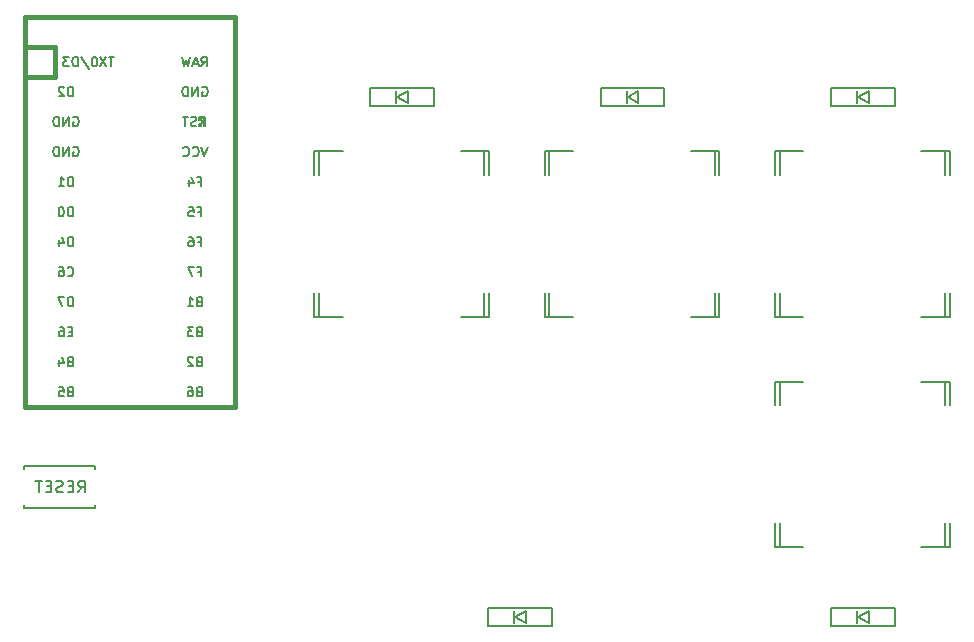
<source format=gbr>
G04 #@! TF.GenerationSoftware,KiCad,Pcbnew,(5.1.2-1)-1*
G04 #@! TF.CreationDate,2019-08-25T00:29:00+09:00*
G04 #@! TF.ProjectId,teishi,74656973-6869-42e6-9b69-6361645f7063,rev?*
G04 #@! TF.SameCoordinates,Original*
G04 #@! TF.FileFunction,Legend,Bot*
G04 #@! TF.FilePolarity,Positive*
%FSLAX46Y46*%
G04 Gerber Fmt 4.6, Leading zero omitted, Abs format (unit mm)*
G04 Created by KiCad (PCBNEW (5.1.2-1)-1) date 2019-08-25 00:29:00*
%MOMM*%
%LPD*%
G04 APERTURE LIST*
%ADD10C,0.381000*%
%ADD11C,0.150000*%
G04 APERTURE END LIST*
D10*
X10650000Y-2760000D02*
X8110000Y-2760000D01*
X25890000Y-220000D02*
X8110000Y-220000D01*
X8110000Y-220000D02*
X8110000Y-33240000D01*
X8110000Y-33240000D02*
X25890000Y-33240000D01*
X25890000Y-33240000D02*
X25890000Y-220000D01*
D11*
G36*
X22844635Y-8649030D02*
G01*
X22844635Y-8749030D01*
X23344635Y-8749030D01*
X23344635Y-8649030D01*
X22844635Y-8649030D01*
G37*
X22844635Y-8649030D02*
X22844635Y-8749030D01*
X23344635Y-8749030D01*
X23344635Y-8649030D01*
X22844635Y-8649030D01*
G36*
X22844635Y-8649030D02*
G01*
X22844635Y-8949030D01*
X22944635Y-8949030D01*
X22944635Y-8649030D01*
X22844635Y-8649030D01*
G37*
X22844635Y-8649030D02*
X22844635Y-8949030D01*
X22944635Y-8949030D01*
X22944635Y-8649030D01*
X22844635Y-8649030D01*
G36*
X22844635Y-9249030D02*
G01*
X22844635Y-9449030D01*
X22944635Y-9449030D01*
X22944635Y-9249030D01*
X22844635Y-9249030D01*
G37*
X22844635Y-9249030D02*
X22844635Y-9449030D01*
X22944635Y-9449030D01*
X22944635Y-9249030D01*
X22844635Y-9249030D01*
G36*
X23244635Y-8649030D02*
G01*
X23244635Y-9449030D01*
X23344635Y-9449030D01*
X23344635Y-8649030D01*
X23244635Y-8649030D01*
G37*
X23244635Y-8649030D02*
X23244635Y-9449030D01*
X23344635Y-9449030D01*
X23344635Y-8649030D01*
X23244635Y-8649030D01*
G36*
X23044635Y-9049030D02*
G01*
X23044635Y-9149030D01*
X23144635Y-9149030D01*
X23144635Y-9049030D01*
X23044635Y-9049030D01*
G37*
X23044635Y-9049030D02*
X23044635Y-9149030D01*
X23144635Y-9149030D01*
X23144635Y-9049030D01*
X23044635Y-9049030D01*
D10*
X10650000Y-2760000D02*
X10650000Y-5300000D01*
X10650000Y-5300000D02*
X8110000Y-5300000D01*
D11*
X42700000Y-7750000D02*
X42700000Y-6250000D01*
X37300000Y-7750000D02*
X42700000Y-7750000D01*
X37300000Y-6250000D02*
X37300000Y-7750000D01*
X42700000Y-6250000D02*
X37300000Y-6250000D01*
X39500000Y-6500000D02*
X39500000Y-7500000D01*
X40500000Y-7500000D02*
X39600000Y-7000000D01*
X40500000Y-6500000D02*
X40500000Y-7500000D01*
X39600000Y-7000000D02*
X40500000Y-6500000D01*
X81700000Y-51750000D02*
X81700000Y-50250000D01*
X76300000Y-51750000D02*
X81700000Y-51750000D01*
X76300000Y-50250000D02*
X76300000Y-51750000D01*
X81700000Y-50250000D02*
X76300000Y-50250000D01*
X78500000Y-50500000D02*
X78500000Y-51500000D01*
X79500000Y-51500000D02*
X78600000Y-51000000D01*
X79500000Y-50500000D02*
X79500000Y-51500000D01*
X78600000Y-51000000D02*
X79500000Y-50500000D01*
X62200000Y-7750000D02*
X62200000Y-6250000D01*
X56800000Y-7750000D02*
X62200000Y-7750000D01*
X56800000Y-6250000D02*
X56800000Y-7750000D01*
X62200000Y-6250000D02*
X56800000Y-6250000D01*
X59000000Y-6500000D02*
X59000000Y-7500000D01*
X60000000Y-7500000D02*
X59100000Y-7000000D01*
X60000000Y-6500000D02*
X60000000Y-7500000D01*
X59100000Y-7000000D02*
X60000000Y-6500000D01*
X81700000Y-7750000D02*
X81700000Y-6250000D01*
X76300000Y-7750000D02*
X81700000Y-7750000D01*
X76300000Y-6250000D02*
X76300000Y-7750000D01*
X81700000Y-6250000D02*
X76300000Y-6250000D01*
X78500000Y-6500000D02*
X78500000Y-7500000D01*
X79500000Y-7500000D02*
X78600000Y-7000000D01*
X79500000Y-6500000D02*
X79500000Y-7500000D01*
X78600000Y-7000000D02*
X79500000Y-6500000D01*
X52700000Y-51750000D02*
X52700000Y-50250000D01*
X47300000Y-51750000D02*
X52700000Y-51750000D01*
X47300000Y-50250000D02*
X47300000Y-51750000D01*
X52700000Y-50250000D02*
X47300000Y-50250000D01*
X49500000Y-50500000D02*
X49500000Y-51500000D01*
X50500000Y-51500000D02*
X49600000Y-51000000D01*
X50500000Y-50500000D02*
X50500000Y-51500000D01*
X49600000Y-51000000D02*
X50500000Y-50500000D01*
X47360000Y-25580000D02*
X47360000Y-23580000D01*
X32560000Y-23580000D02*
X32560000Y-25580000D01*
X32560000Y-25580000D02*
X34960000Y-25580000D01*
X32560000Y-11580000D02*
X32560000Y-13580000D01*
X47360000Y-11580000D02*
X47360000Y-13580000D01*
X46960000Y-11580000D02*
X46960000Y-13580000D01*
X44960000Y-11580000D02*
X47360000Y-11580000D01*
X32960000Y-11580000D02*
X32960000Y-13580000D01*
X34960000Y-11580000D02*
X32560000Y-11580000D01*
X46960000Y-25580000D02*
X46960000Y-23580000D01*
X32960000Y-23580000D02*
X32960000Y-25580000D01*
X44960000Y-25580000D02*
X47360000Y-25580000D01*
X86360000Y-45080000D02*
X86360000Y-43080000D01*
X71560000Y-43080000D02*
X71560000Y-45080000D01*
X71560000Y-45080000D02*
X73960000Y-45080000D01*
X71560000Y-31080000D02*
X71560000Y-33080000D01*
X86360000Y-31080000D02*
X86360000Y-33080000D01*
X85960000Y-31080000D02*
X85960000Y-33080000D01*
X83960000Y-31080000D02*
X86360000Y-31080000D01*
X71960000Y-31080000D02*
X71960000Y-33080000D01*
X73960000Y-31080000D02*
X71560000Y-31080000D01*
X85960000Y-45080000D02*
X85960000Y-43080000D01*
X71960000Y-43080000D02*
X71960000Y-45080000D01*
X83960000Y-45080000D02*
X86360000Y-45080000D01*
X66860000Y-25580000D02*
X66860000Y-23580000D01*
X52060000Y-23580000D02*
X52060000Y-25580000D01*
X52060000Y-25580000D02*
X54460000Y-25580000D01*
X52060000Y-11580000D02*
X52060000Y-13580000D01*
X66860000Y-11580000D02*
X66860000Y-13580000D01*
X66460000Y-11580000D02*
X66460000Y-13580000D01*
X64460000Y-11580000D02*
X66860000Y-11580000D01*
X52460000Y-11580000D02*
X52460000Y-13580000D01*
X54460000Y-11580000D02*
X52060000Y-11580000D01*
X66460000Y-25580000D02*
X66460000Y-23580000D01*
X52460000Y-23580000D02*
X52460000Y-25580000D01*
X64460000Y-25580000D02*
X66860000Y-25580000D01*
X86360000Y-25580000D02*
X86360000Y-23580000D01*
X71560000Y-23580000D02*
X71560000Y-25580000D01*
X71560000Y-25580000D02*
X73960000Y-25580000D01*
X71560000Y-11580000D02*
X71560000Y-13580000D01*
X86360000Y-11580000D02*
X86360000Y-13580000D01*
X85960000Y-11580000D02*
X85960000Y-13580000D01*
X83960000Y-11580000D02*
X86360000Y-11580000D01*
X71960000Y-11580000D02*
X71960000Y-13580000D01*
X73960000Y-11580000D02*
X71560000Y-11580000D01*
X85960000Y-25580000D02*
X85960000Y-23580000D01*
X71960000Y-23580000D02*
X71960000Y-25580000D01*
X83960000Y-25580000D02*
X86360000Y-25580000D01*
X14000000Y-38250000D02*
X14000000Y-38500000D01*
X8000000Y-38250000D02*
X14000000Y-38250000D01*
X8000000Y-38500000D02*
X8000000Y-38250000D01*
X8000000Y-41750000D02*
X8000000Y-41500000D01*
X14000000Y-41750000D02*
X8000000Y-41750000D01*
X14000000Y-41500000D02*
X14000000Y-41750000D01*
X22573333Y-9413809D02*
X22459047Y-9451904D01*
X22268571Y-9451904D01*
X22192380Y-9413809D01*
X22154285Y-9375714D01*
X22116190Y-9299523D01*
X22116190Y-9223333D01*
X22154285Y-9147142D01*
X22192380Y-9109047D01*
X22268571Y-9070952D01*
X22420952Y-9032857D01*
X22497142Y-8994761D01*
X22535238Y-8956666D01*
X22573333Y-8880476D01*
X22573333Y-8804285D01*
X22535238Y-8728095D01*
X22497142Y-8690000D01*
X22420952Y-8651904D01*
X22230476Y-8651904D01*
X22116190Y-8690000D01*
X21887619Y-8651904D02*
X21430476Y-8651904D01*
X21659047Y-9451904D02*
X21659047Y-8651904D01*
X15618604Y-3591904D02*
X15161461Y-3591904D01*
X15390032Y-4391904D02*
X15390032Y-3591904D01*
X14970985Y-3591904D02*
X14437651Y-4391904D01*
X14437651Y-3591904D02*
X14970985Y-4391904D01*
X13980508Y-3591904D02*
X13904318Y-3591904D01*
X13828128Y-3630000D01*
X13790032Y-3668095D01*
X13751937Y-3744285D01*
X13713842Y-3896666D01*
X13713842Y-4087142D01*
X13751937Y-4239523D01*
X13790032Y-4315714D01*
X13828128Y-4353809D01*
X13904318Y-4391904D01*
X13980508Y-4391904D01*
X14056699Y-4353809D01*
X14094794Y-4315714D01*
X14132889Y-4239523D01*
X14170985Y-4087142D01*
X14170985Y-3896666D01*
X14132889Y-3744285D01*
X14094794Y-3668095D01*
X14056699Y-3630000D01*
X13980508Y-3591904D01*
X12799556Y-3553809D02*
X13485270Y-4582380D01*
X12532889Y-4391904D02*
X12532889Y-3591904D01*
X12342413Y-3591904D01*
X12228128Y-3630000D01*
X12151937Y-3706190D01*
X12113842Y-3782380D01*
X12075747Y-3934761D01*
X12075747Y-4049047D01*
X12113842Y-4201428D01*
X12151937Y-4277619D01*
X12228128Y-4353809D01*
X12342413Y-4391904D01*
X12532889Y-4391904D01*
X11809080Y-3591904D02*
X11313842Y-3591904D01*
X11580508Y-3896666D01*
X11466223Y-3896666D01*
X11390032Y-3934761D01*
X11351937Y-3972857D01*
X11313842Y-4049047D01*
X11313842Y-4239523D01*
X11351937Y-4315714D01*
X11390032Y-4353809D01*
X11466223Y-4391904D01*
X11694794Y-4391904D01*
X11770985Y-4353809D01*
X11809080Y-4315714D01*
X22784809Y-29372857D02*
X22670523Y-29410952D01*
X22632428Y-29449047D01*
X22594333Y-29525238D01*
X22594333Y-29639523D01*
X22632428Y-29715714D01*
X22670523Y-29753809D01*
X22746714Y-29791904D01*
X23051476Y-29791904D01*
X23051476Y-28991904D01*
X22784809Y-28991904D01*
X22708619Y-29030000D01*
X22670523Y-29068095D01*
X22632428Y-29144285D01*
X22632428Y-29220476D01*
X22670523Y-29296666D01*
X22708619Y-29334761D01*
X22784809Y-29372857D01*
X23051476Y-29372857D01*
X22289571Y-29068095D02*
X22251476Y-29030000D01*
X22175285Y-28991904D01*
X21984809Y-28991904D01*
X21908619Y-29030000D01*
X21870523Y-29068095D01*
X21832428Y-29144285D01*
X21832428Y-29220476D01*
X21870523Y-29334761D01*
X22327666Y-29791904D01*
X21832428Y-29791904D01*
X22727666Y-21752857D02*
X22994333Y-21752857D01*
X22994333Y-22171904D02*
X22994333Y-21371904D01*
X22613380Y-21371904D01*
X22384809Y-21371904D02*
X21851476Y-21371904D01*
X22194333Y-22171904D01*
X22727666Y-19212857D02*
X22994333Y-19212857D01*
X22994333Y-19631904D02*
X22994333Y-18831904D01*
X22613380Y-18831904D01*
X21965761Y-18831904D02*
X22118142Y-18831904D01*
X22194333Y-18870000D01*
X22232428Y-18908095D01*
X22308619Y-19022380D01*
X22346714Y-19174761D01*
X22346714Y-19479523D01*
X22308619Y-19555714D01*
X22270523Y-19593809D01*
X22194333Y-19631904D01*
X22041952Y-19631904D01*
X21965761Y-19593809D01*
X21927666Y-19555714D01*
X21889571Y-19479523D01*
X21889571Y-19289047D01*
X21927666Y-19212857D01*
X21965761Y-19174761D01*
X22041952Y-19136666D01*
X22194333Y-19136666D01*
X22270523Y-19174761D01*
X22308619Y-19212857D01*
X22346714Y-19289047D01*
X22727666Y-16672857D02*
X22994333Y-16672857D01*
X22994333Y-17091904D02*
X22994333Y-16291904D01*
X22613380Y-16291904D01*
X21927666Y-16291904D02*
X22308619Y-16291904D01*
X22346714Y-16672857D01*
X22308619Y-16634761D01*
X22232428Y-16596666D01*
X22041952Y-16596666D01*
X21965761Y-16634761D01*
X21927666Y-16672857D01*
X21889571Y-16749047D01*
X21889571Y-16939523D01*
X21927666Y-17015714D01*
X21965761Y-17053809D01*
X22041952Y-17091904D01*
X22232428Y-17091904D01*
X22308619Y-17053809D01*
X22346714Y-17015714D01*
X23013380Y-4391904D02*
X23280047Y-4010952D01*
X23470523Y-4391904D02*
X23470523Y-3591904D01*
X23165761Y-3591904D01*
X23089571Y-3630000D01*
X23051476Y-3668095D01*
X23013380Y-3744285D01*
X23013380Y-3858571D01*
X23051476Y-3934761D01*
X23089571Y-3972857D01*
X23165761Y-4010952D01*
X23470523Y-4010952D01*
X22708619Y-4163333D02*
X22327666Y-4163333D01*
X22784809Y-4391904D02*
X22518142Y-3591904D01*
X22251476Y-4391904D01*
X22061000Y-3591904D02*
X21870523Y-4391904D01*
X21718142Y-3820476D01*
X21565761Y-4391904D01*
X21375285Y-3591904D01*
X23070523Y-6170000D02*
X23146714Y-6131904D01*
X23261000Y-6131904D01*
X23375285Y-6170000D01*
X23451476Y-6246190D01*
X23489571Y-6322380D01*
X23527666Y-6474761D01*
X23527666Y-6589047D01*
X23489571Y-6741428D01*
X23451476Y-6817619D01*
X23375285Y-6893809D01*
X23261000Y-6931904D01*
X23184809Y-6931904D01*
X23070523Y-6893809D01*
X23032428Y-6855714D01*
X23032428Y-6589047D01*
X23184809Y-6589047D01*
X22689571Y-6931904D02*
X22689571Y-6131904D01*
X22232428Y-6931904D01*
X22232428Y-6131904D01*
X21851476Y-6931904D02*
X21851476Y-6131904D01*
X21661000Y-6131904D01*
X21546714Y-6170000D01*
X21470523Y-6246190D01*
X21432428Y-6322380D01*
X21394333Y-6474761D01*
X21394333Y-6589047D01*
X21432428Y-6741428D01*
X21470523Y-6817619D01*
X21546714Y-6893809D01*
X21661000Y-6931904D01*
X21851476Y-6931904D01*
X23527666Y-11211904D02*
X23261000Y-12011904D01*
X22994333Y-11211904D01*
X22270523Y-11935714D02*
X22308619Y-11973809D01*
X22422904Y-12011904D01*
X22499095Y-12011904D01*
X22613380Y-11973809D01*
X22689571Y-11897619D01*
X22727666Y-11821428D01*
X22765761Y-11669047D01*
X22765761Y-11554761D01*
X22727666Y-11402380D01*
X22689571Y-11326190D01*
X22613380Y-11250000D01*
X22499095Y-11211904D01*
X22422904Y-11211904D01*
X22308619Y-11250000D01*
X22270523Y-11288095D01*
X21470523Y-11935714D02*
X21508619Y-11973809D01*
X21622904Y-12011904D01*
X21699095Y-12011904D01*
X21813380Y-11973809D01*
X21889571Y-11897619D01*
X21927666Y-11821428D01*
X21965761Y-11669047D01*
X21965761Y-11554761D01*
X21927666Y-11402380D01*
X21889571Y-11326190D01*
X21813380Y-11250000D01*
X21699095Y-11211904D01*
X21622904Y-11211904D01*
X21508619Y-11250000D01*
X21470523Y-11288095D01*
X22727666Y-14132857D02*
X22994333Y-14132857D01*
X22994333Y-14551904D02*
X22994333Y-13751904D01*
X22613380Y-13751904D01*
X21965761Y-14018571D02*
X21965761Y-14551904D01*
X22156238Y-13713809D02*
X22346714Y-14285238D01*
X21851476Y-14285238D01*
X22784809Y-24292857D02*
X22670523Y-24330952D01*
X22632428Y-24369047D01*
X22594333Y-24445238D01*
X22594333Y-24559523D01*
X22632428Y-24635714D01*
X22670523Y-24673809D01*
X22746714Y-24711904D01*
X23051476Y-24711904D01*
X23051476Y-23911904D01*
X22784809Y-23911904D01*
X22708619Y-23950000D01*
X22670523Y-23988095D01*
X22632428Y-24064285D01*
X22632428Y-24140476D01*
X22670523Y-24216666D01*
X22708619Y-24254761D01*
X22784809Y-24292857D01*
X23051476Y-24292857D01*
X21832428Y-24711904D02*
X22289571Y-24711904D01*
X22061000Y-24711904D02*
X22061000Y-23911904D01*
X22137190Y-24026190D01*
X22213380Y-24102380D01*
X22289571Y-24140476D01*
X22784809Y-26832857D02*
X22670523Y-26870952D01*
X22632428Y-26909047D01*
X22594333Y-26985238D01*
X22594333Y-27099523D01*
X22632428Y-27175714D01*
X22670523Y-27213809D01*
X22746714Y-27251904D01*
X23051476Y-27251904D01*
X23051476Y-26451904D01*
X22784809Y-26451904D01*
X22708619Y-26490000D01*
X22670523Y-26528095D01*
X22632428Y-26604285D01*
X22632428Y-26680476D01*
X22670523Y-26756666D01*
X22708619Y-26794761D01*
X22784809Y-26832857D01*
X23051476Y-26832857D01*
X22327666Y-26451904D02*
X21832428Y-26451904D01*
X22099095Y-26756666D01*
X21984809Y-26756666D01*
X21908619Y-26794761D01*
X21870523Y-26832857D01*
X21832428Y-26909047D01*
X21832428Y-27099523D01*
X21870523Y-27175714D01*
X21908619Y-27213809D01*
X21984809Y-27251904D01*
X22213380Y-27251904D01*
X22289571Y-27213809D01*
X22327666Y-27175714D01*
X22784809Y-31912857D02*
X22670523Y-31950952D01*
X22632428Y-31989047D01*
X22594333Y-32065238D01*
X22594333Y-32179523D01*
X22632428Y-32255714D01*
X22670523Y-32293809D01*
X22746714Y-32331904D01*
X23051476Y-32331904D01*
X23051476Y-31531904D01*
X22784809Y-31531904D01*
X22708619Y-31570000D01*
X22670523Y-31608095D01*
X22632428Y-31684285D01*
X22632428Y-31760476D01*
X22670523Y-31836666D01*
X22708619Y-31874761D01*
X22784809Y-31912857D01*
X23051476Y-31912857D01*
X21908619Y-31531904D02*
X22061000Y-31531904D01*
X22137190Y-31570000D01*
X22175285Y-31608095D01*
X22251476Y-31722380D01*
X22289571Y-31874761D01*
X22289571Y-32179523D01*
X22251476Y-32255714D01*
X22213380Y-32293809D01*
X22137190Y-32331904D01*
X21984809Y-32331904D01*
X21908619Y-32293809D01*
X21870523Y-32255714D01*
X21832428Y-32179523D01*
X21832428Y-31989047D01*
X21870523Y-31912857D01*
X21908619Y-31874761D01*
X21984809Y-31836666D01*
X22137190Y-31836666D01*
X22213380Y-31874761D01*
X22251476Y-31912857D01*
X22289571Y-31989047D01*
X11862809Y-31912857D02*
X11748523Y-31950952D01*
X11710428Y-31989047D01*
X11672333Y-32065238D01*
X11672333Y-32179523D01*
X11710428Y-32255714D01*
X11748523Y-32293809D01*
X11824714Y-32331904D01*
X12129476Y-32331904D01*
X12129476Y-31531904D01*
X11862809Y-31531904D01*
X11786619Y-31570000D01*
X11748523Y-31608095D01*
X11710428Y-31684285D01*
X11710428Y-31760476D01*
X11748523Y-31836666D01*
X11786619Y-31874761D01*
X11862809Y-31912857D01*
X12129476Y-31912857D01*
X10948523Y-31531904D02*
X11329476Y-31531904D01*
X11367571Y-31912857D01*
X11329476Y-31874761D01*
X11253285Y-31836666D01*
X11062809Y-31836666D01*
X10986619Y-31874761D01*
X10948523Y-31912857D01*
X10910428Y-31989047D01*
X10910428Y-32179523D01*
X10948523Y-32255714D01*
X10986619Y-32293809D01*
X11062809Y-32331904D01*
X11253285Y-32331904D01*
X11329476Y-32293809D01*
X11367571Y-32255714D01*
X11862809Y-29372857D02*
X11748523Y-29410952D01*
X11710428Y-29449047D01*
X11672333Y-29525238D01*
X11672333Y-29639523D01*
X11710428Y-29715714D01*
X11748523Y-29753809D01*
X11824714Y-29791904D01*
X12129476Y-29791904D01*
X12129476Y-28991904D01*
X11862809Y-28991904D01*
X11786619Y-29030000D01*
X11748523Y-29068095D01*
X11710428Y-29144285D01*
X11710428Y-29220476D01*
X11748523Y-29296666D01*
X11786619Y-29334761D01*
X11862809Y-29372857D01*
X12129476Y-29372857D01*
X10986619Y-29258571D02*
X10986619Y-29791904D01*
X11177095Y-28953809D02*
X11367571Y-29525238D01*
X10872333Y-29525238D01*
X12091380Y-26832857D02*
X11824714Y-26832857D01*
X11710428Y-27251904D02*
X12091380Y-27251904D01*
X12091380Y-26451904D01*
X11710428Y-26451904D01*
X11024714Y-26451904D02*
X11177095Y-26451904D01*
X11253285Y-26490000D01*
X11291380Y-26528095D01*
X11367571Y-26642380D01*
X11405666Y-26794761D01*
X11405666Y-27099523D01*
X11367571Y-27175714D01*
X11329476Y-27213809D01*
X11253285Y-27251904D01*
X11100904Y-27251904D01*
X11024714Y-27213809D01*
X10986619Y-27175714D01*
X10948523Y-27099523D01*
X10948523Y-26909047D01*
X10986619Y-26832857D01*
X11024714Y-26794761D01*
X11100904Y-26756666D01*
X11253285Y-26756666D01*
X11329476Y-26794761D01*
X11367571Y-26832857D01*
X11405666Y-26909047D01*
X12129476Y-24711904D02*
X12129476Y-23911904D01*
X11939000Y-23911904D01*
X11824714Y-23950000D01*
X11748523Y-24026190D01*
X11710428Y-24102380D01*
X11672333Y-24254761D01*
X11672333Y-24369047D01*
X11710428Y-24521428D01*
X11748523Y-24597619D01*
X11824714Y-24673809D01*
X11939000Y-24711904D01*
X12129476Y-24711904D01*
X11405666Y-23911904D02*
X10872333Y-23911904D01*
X11215190Y-24711904D01*
X11672333Y-22095714D02*
X11710428Y-22133809D01*
X11824714Y-22171904D01*
X11900904Y-22171904D01*
X12015190Y-22133809D01*
X12091380Y-22057619D01*
X12129476Y-21981428D01*
X12167571Y-21829047D01*
X12167571Y-21714761D01*
X12129476Y-21562380D01*
X12091380Y-21486190D01*
X12015190Y-21410000D01*
X11900904Y-21371904D01*
X11824714Y-21371904D01*
X11710428Y-21410000D01*
X11672333Y-21448095D01*
X10986619Y-21371904D02*
X11139000Y-21371904D01*
X11215190Y-21410000D01*
X11253285Y-21448095D01*
X11329476Y-21562380D01*
X11367571Y-21714761D01*
X11367571Y-22019523D01*
X11329476Y-22095714D01*
X11291380Y-22133809D01*
X11215190Y-22171904D01*
X11062809Y-22171904D01*
X10986619Y-22133809D01*
X10948523Y-22095714D01*
X10910428Y-22019523D01*
X10910428Y-21829047D01*
X10948523Y-21752857D01*
X10986619Y-21714761D01*
X11062809Y-21676666D01*
X11215190Y-21676666D01*
X11291380Y-21714761D01*
X11329476Y-21752857D01*
X11367571Y-21829047D01*
X12129476Y-19631904D02*
X12129476Y-18831904D01*
X11939000Y-18831904D01*
X11824714Y-18870000D01*
X11748523Y-18946190D01*
X11710428Y-19022380D01*
X11672333Y-19174761D01*
X11672333Y-19289047D01*
X11710428Y-19441428D01*
X11748523Y-19517619D01*
X11824714Y-19593809D01*
X11939000Y-19631904D01*
X12129476Y-19631904D01*
X10986619Y-19098571D02*
X10986619Y-19631904D01*
X11177095Y-18793809D02*
X11367571Y-19365238D01*
X10872333Y-19365238D01*
X12148523Y-8710000D02*
X12224714Y-8671904D01*
X12339000Y-8671904D01*
X12453285Y-8710000D01*
X12529476Y-8786190D01*
X12567571Y-8862380D01*
X12605666Y-9014761D01*
X12605666Y-9129047D01*
X12567571Y-9281428D01*
X12529476Y-9357619D01*
X12453285Y-9433809D01*
X12339000Y-9471904D01*
X12262809Y-9471904D01*
X12148523Y-9433809D01*
X12110428Y-9395714D01*
X12110428Y-9129047D01*
X12262809Y-9129047D01*
X11767571Y-9471904D02*
X11767571Y-8671904D01*
X11310428Y-9471904D01*
X11310428Y-8671904D01*
X10929476Y-9471904D02*
X10929476Y-8671904D01*
X10739000Y-8671904D01*
X10624714Y-8710000D01*
X10548523Y-8786190D01*
X10510428Y-8862380D01*
X10472333Y-9014761D01*
X10472333Y-9129047D01*
X10510428Y-9281428D01*
X10548523Y-9357619D01*
X10624714Y-9433809D01*
X10739000Y-9471904D01*
X10929476Y-9471904D01*
X12148523Y-11250000D02*
X12224714Y-11211904D01*
X12339000Y-11211904D01*
X12453285Y-11250000D01*
X12529476Y-11326190D01*
X12567571Y-11402380D01*
X12605666Y-11554761D01*
X12605666Y-11669047D01*
X12567571Y-11821428D01*
X12529476Y-11897619D01*
X12453285Y-11973809D01*
X12339000Y-12011904D01*
X12262809Y-12011904D01*
X12148523Y-11973809D01*
X12110428Y-11935714D01*
X12110428Y-11669047D01*
X12262809Y-11669047D01*
X11767571Y-12011904D02*
X11767571Y-11211904D01*
X11310428Y-12011904D01*
X11310428Y-11211904D01*
X10929476Y-12011904D02*
X10929476Y-11211904D01*
X10739000Y-11211904D01*
X10624714Y-11250000D01*
X10548523Y-11326190D01*
X10510428Y-11402380D01*
X10472333Y-11554761D01*
X10472333Y-11669047D01*
X10510428Y-11821428D01*
X10548523Y-11897619D01*
X10624714Y-11973809D01*
X10739000Y-12011904D01*
X10929476Y-12011904D01*
X12129476Y-14551904D02*
X12129476Y-13751904D01*
X11939000Y-13751904D01*
X11824714Y-13790000D01*
X11748523Y-13866190D01*
X11710428Y-13942380D01*
X11672333Y-14094761D01*
X11672333Y-14209047D01*
X11710428Y-14361428D01*
X11748523Y-14437619D01*
X11824714Y-14513809D01*
X11939000Y-14551904D01*
X12129476Y-14551904D01*
X10910428Y-14551904D02*
X11367571Y-14551904D01*
X11139000Y-14551904D02*
X11139000Y-13751904D01*
X11215190Y-13866190D01*
X11291380Y-13942380D01*
X11367571Y-13980476D01*
X12129476Y-17091904D02*
X12129476Y-16291904D01*
X11939000Y-16291904D01*
X11824714Y-16330000D01*
X11748523Y-16406190D01*
X11710428Y-16482380D01*
X11672333Y-16634761D01*
X11672333Y-16749047D01*
X11710428Y-16901428D01*
X11748523Y-16977619D01*
X11824714Y-17053809D01*
X11939000Y-17091904D01*
X12129476Y-17091904D01*
X11177095Y-16291904D02*
X11100904Y-16291904D01*
X11024714Y-16330000D01*
X10986619Y-16368095D01*
X10948523Y-16444285D01*
X10910428Y-16596666D01*
X10910428Y-16787142D01*
X10948523Y-16939523D01*
X10986619Y-17015714D01*
X11024714Y-17053809D01*
X11100904Y-17091904D01*
X11177095Y-17091904D01*
X11253285Y-17053809D01*
X11291380Y-17015714D01*
X11329476Y-16939523D01*
X11367571Y-16787142D01*
X11367571Y-16596666D01*
X11329476Y-16444285D01*
X11291380Y-16368095D01*
X11253285Y-16330000D01*
X11177095Y-16291904D01*
X12129476Y-6931904D02*
X12129476Y-6131904D01*
X11939000Y-6131904D01*
X11824714Y-6170000D01*
X11748523Y-6246190D01*
X11710428Y-6322380D01*
X11672333Y-6474761D01*
X11672333Y-6589047D01*
X11710428Y-6741428D01*
X11748523Y-6817619D01*
X11824714Y-6893809D01*
X11939000Y-6931904D01*
X12129476Y-6931904D01*
X11367571Y-6208095D02*
X11329476Y-6170000D01*
X11253285Y-6131904D01*
X11062809Y-6131904D01*
X10986619Y-6170000D01*
X10948523Y-6208095D01*
X10910428Y-6284285D01*
X10910428Y-6360476D01*
X10948523Y-6474761D01*
X11405666Y-6931904D01*
X10910428Y-6931904D01*
X12579380Y-40452380D02*
X12912714Y-39976190D01*
X13150809Y-40452380D02*
X13150809Y-39452380D01*
X12769857Y-39452380D01*
X12674619Y-39500000D01*
X12627000Y-39547619D01*
X12579380Y-39642857D01*
X12579380Y-39785714D01*
X12627000Y-39880952D01*
X12674619Y-39928571D01*
X12769857Y-39976190D01*
X13150809Y-39976190D01*
X12150809Y-39928571D02*
X11817476Y-39928571D01*
X11674619Y-40452380D02*
X12150809Y-40452380D01*
X12150809Y-39452380D01*
X11674619Y-39452380D01*
X11293666Y-40404761D02*
X11150809Y-40452380D01*
X10912714Y-40452380D01*
X10817476Y-40404761D01*
X10769857Y-40357142D01*
X10722238Y-40261904D01*
X10722238Y-40166666D01*
X10769857Y-40071428D01*
X10817476Y-40023809D01*
X10912714Y-39976190D01*
X11103190Y-39928571D01*
X11198428Y-39880952D01*
X11246047Y-39833333D01*
X11293666Y-39738095D01*
X11293666Y-39642857D01*
X11246047Y-39547619D01*
X11198428Y-39500000D01*
X11103190Y-39452380D01*
X10865095Y-39452380D01*
X10722238Y-39500000D01*
X10293666Y-39928571D02*
X9960333Y-39928571D01*
X9817476Y-40452380D02*
X10293666Y-40452380D01*
X10293666Y-39452380D01*
X9817476Y-39452380D01*
X9531761Y-39452380D02*
X8960333Y-39452380D01*
X9246047Y-40452380D02*
X9246047Y-39452380D01*
M02*

</source>
